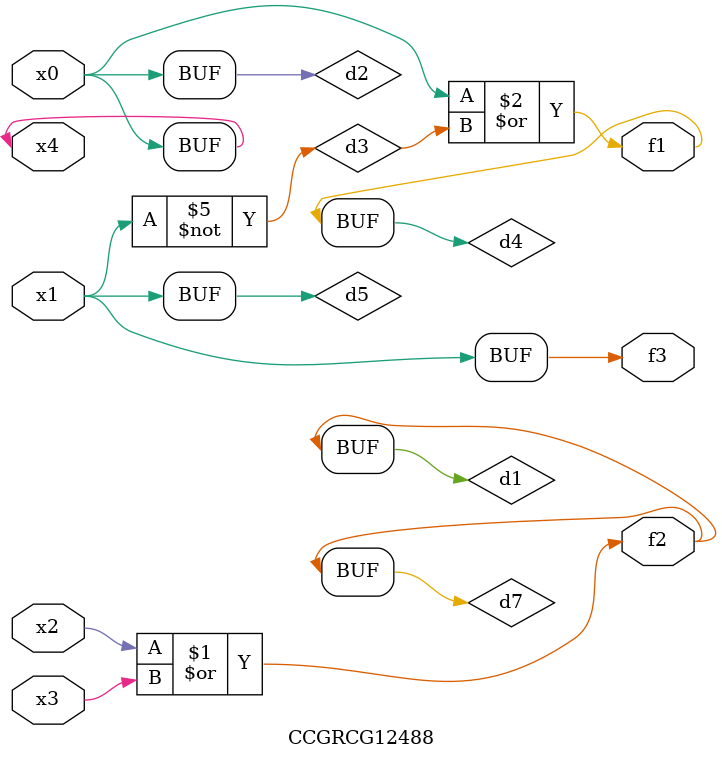
<source format=v>
module CCGRCG12488(
	input x0, x1, x2, x3, x4,
	output f1, f2, f3
);

	wire d1, d2, d3, d4, d5, d6, d7;

	or (d1, x2, x3);
	buf (d2, x0, x4);
	not (d3, x1);
	or (d4, d2, d3);
	not (d5, d3);
	nand (d6, d1, d3);
	or (d7, d1);
	assign f1 = d4;
	assign f2 = d7;
	assign f3 = d5;
endmodule

</source>
